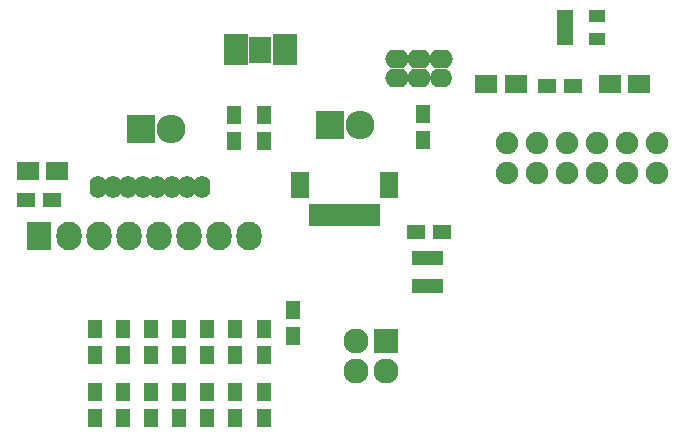
<source format=gts>
G04 #@! TF.FileFunction,Soldermask,Top*
%FSLAX46Y46*%
G04 Gerber Fmt 4.6, Leading zero omitted, Abs format (unit mm)*
G04 Created by KiCad (PCBNEW 4.0.0-rc1-stable) date 27.2.2017 11:51:31*
%MOMM*%
G01*
G04 APERTURE LIST*
%ADD10C,0.100000*%
%ADD11R,1.450000X1.000000*%
%ADD12R,0.750000X1.200000*%
%ADD13R,2.000000X0.800000*%
%ADD14R,1.970000X2.290000*%
%ADD15R,2.127200X2.432000*%
%ADD16O,2.127200X2.432000*%
%ADD17R,1.600000X2.200000*%
%ADD18R,1.000000X1.900000*%
%ADD19R,1.300000X1.600000*%
%ADD20R,2.432000X2.432000*%
%ADD21O,2.432000X2.432000*%
%ADD22C,1.906220*%
%ADD23R,1.900000X1.650000*%
%ADD24R,1.600000X1.300000*%
%ADD25R,2.127200X2.127200*%
%ADD26O,2.127200X2.127200*%
%ADD27O,1.900000X1.600000*%
%ADD28O,2.000000X1.600000*%
%ADD29O,1.400000X1.900000*%
G04 APERTURE END LIST*
D10*
D11*
X50660000Y37830000D03*
X50660000Y39730000D03*
X47960000Y39730000D03*
X47960000Y37830000D03*
X47960000Y38780000D03*
D12*
X35325000Y19265000D03*
X35975000Y19265000D03*
X36625000Y19265000D03*
X37275000Y19265000D03*
X37275000Y16915000D03*
X36625000Y16915000D03*
X35325000Y16915000D03*
X35975000Y16915000D03*
D13*
X24260000Y37855000D03*
X24260000Y37205000D03*
X24260000Y36555000D03*
X24260000Y35905000D03*
X20060000Y35905000D03*
X20060000Y36555000D03*
X20060000Y37855000D03*
X20060000Y37205000D03*
D14*
X22160000Y36880000D03*
D15*
X3434080Y21087080D03*
D16*
X5974080Y21087080D03*
X8514080Y21087080D03*
X11054080Y21087080D03*
X13594080Y21087080D03*
X16134080Y21087080D03*
X18674080Y21087080D03*
X21214080Y21087080D03*
D17*
X33080000Y25410000D03*
X25480000Y25410000D03*
D18*
X31780000Y22910000D03*
X30780000Y22910000D03*
X29780000Y22910000D03*
X28780000Y22910000D03*
X27780000Y22910000D03*
X26780000Y22910000D03*
D19*
X19900000Y31330000D03*
X19900000Y29130000D03*
X22490000Y31330000D03*
X22490000Y29130000D03*
X24958040Y12626160D03*
X24958040Y14826160D03*
X22428200Y13225960D03*
X22428200Y11025960D03*
X17612360Y11025960D03*
X17612360Y13225960D03*
X19974560Y13225960D03*
X19974560Y11025960D03*
X15250160Y11025960D03*
X15250160Y13225960D03*
X12872720Y11025960D03*
X12872720Y13225960D03*
X8128000Y11025960D03*
X8128000Y13225960D03*
X10541000Y11025960D03*
X10541000Y13225960D03*
X17612360Y7907200D03*
X17612360Y5707200D03*
X10556240Y7907200D03*
X10556240Y5707200D03*
X15257780Y5714820D03*
X15257780Y7914820D03*
X22428200Y5691960D03*
X22428200Y7891960D03*
X8148320Y7907200D03*
X8148320Y5707200D03*
D20*
X12020000Y30170000D03*
D21*
X14560000Y30170000D03*
D20*
X28030000Y30540000D03*
D21*
X30570000Y30540000D03*
D22*
X55740000Y26420000D03*
X55740000Y28960000D03*
X43040000Y26420000D03*
X43040000Y28960000D03*
X45580000Y26420000D03*
X45580000Y28960000D03*
X48120000Y26420000D03*
X48120000Y28960000D03*
X50660000Y26420000D03*
X50660000Y28960000D03*
X53200000Y26420000D03*
X53200000Y28960000D03*
D19*
X19989800Y5691960D03*
X19989800Y7891960D03*
X12887960Y5707200D03*
X12887960Y7907200D03*
D23*
X51750000Y33950000D03*
X54250000Y33950000D03*
X4948240Y26603960D03*
X2448240Y26603960D03*
D24*
X4554400Y24150320D03*
X2354400Y24150320D03*
D23*
X41300000Y33990000D03*
X43800000Y33990000D03*
D19*
X35930000Y31410000D03*
X35930000Y29210000D03*
D24*
X35330000Y21450000D03*
X37530000Y21450000D03*
X48670000Y33780000D03*
X46470000Y33780000D03*
D25*
X32810000Y12240000D03*
D26*
X30270000Y12240000D03*
X32810000Y9700000D03*
X30270000Y9700000D03*
D27*
X37430000Y34470000D03*
D28*
X37430000Y36070000D03*
X35600000Y36070000D03*
X33770000Y36070000D03*
X33770000Y34470000D03*
X35600000Y34470000D03*
D29*
X8440720Y25270460D03*
X9690720Y25270460D03*
X10940720Y25270460D03*
X12190720Y25270460D03*
X13440720Y25270460D03*
X14690720Y25270460D03*
X15940720Y25270460D03*
X17190720Y25270460D03*
M02*

</source>
